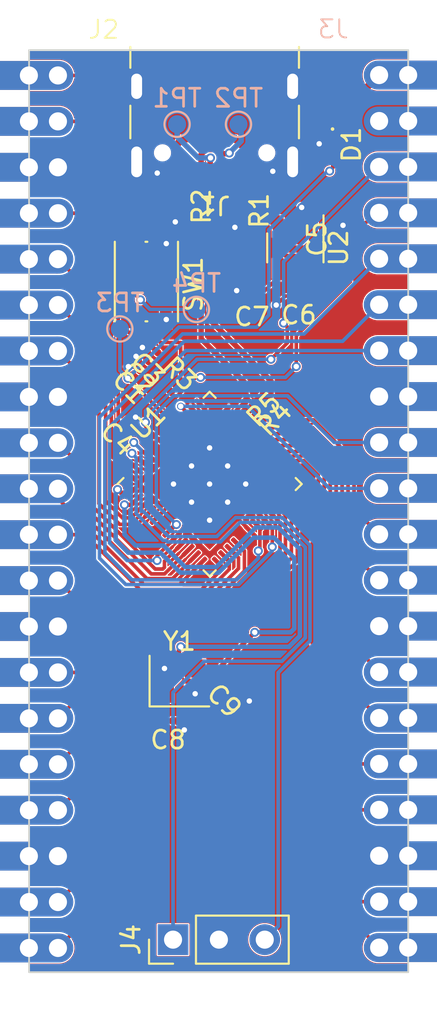
<source format=kicad_pcb>
(kicad_pcb (version 20240108) (generator "pcbnew") (generator_version "8.0")
  (layers (0 "F.Cu" signal) (31 "B.Cu" signal) (34 "B.Paste" user) (35 "F.Paste" user) (36 "B.SilkS" user "B.Silkscreen") (37 "F.SilkS" user "F.Silkscreen") (38 "B.Mask" user) (39 "F.Mask" user) (44 "Edge.Cuts" user))
  (net 0 "")
  (net 1 "+3V3")
  (net 2 "GND")
  (net 3 "+1V2")
  (net 4 "VBUS")
  (net 5 "Net-(U2-BP)")
  (net 6 "/CLKOUT")
  (net 7 "/CLKIN")
  (net 8 "Net-(J1-CC1)")
  (net 9 "/DP")
  (net 10 "/DM")
  (net 12 "Net-(J1-CC2)")
  (net 14 "/P0")
  (net 15 "/P1")
  (net 16 "/P2")
  (net 17 "/P3")
  (net 18 "/P4")
  (net 19 "/P5")
  (net 20 "/P6")
  (net 21 "/P7")
  (net 22 "/P8")
  (net 23 "/P9")
  (net 24 "/P10")
  (net 25 "/P11")
  (net 26 "/P12")
  (net 27 "/P13")
  (net 28 "/P14")
  (net 29 "/P15")
  (net 30 "/RESET")
  (net 31 "/P31")
  (net 32 "/P30")
  (net 33 "/P29")
  (net 34 "/P28")
  (net 35 "/P27")
  (net 36 "/P23")
  (net 37 "/P22")
  (net 38 "/P21")
  (net 39 "/P20")
  (net 40 "/P19")
  (net 41 "/P18")
  (net 42 "/P17")
  (net 43 "/P16")
  (net 44 "Net-(U1-PA24)")
  (net 45 "Net-(U1-PA25)")
  (net 46 "/LED")
  (net 49 "/DEBUG_CLK")
  (net 50 "/DEBUG_DIO")
  (footprint "Crystal:Crystal_SMD_2520-4Pin_2.5x2.0mm" (layer "F.Cu") (at 78.325 64.9)
    (property "Reference" "Y1")
    (property "Value" "32.768kHz")
  )
  (footprint "Resistor_SMD:R_0201_0603Metric" (layer "F.Cu") (at 82.856048 49.643952 -135)
    (property "Reference" "R4")
    (property "Value" "45")
  )
  (footprint "Capacitor_SMD:C_0201_0603Metric" (layer "F.Cu") (at 81.543952 65.243952 135)
    (property "Reference" "C9")
    (property "Value" "22pF")
  )
  (footprint "Resistor_SMD:R_0201_0603Metric" (layer "F.Cu") (at 77.61 48.65 -45)
    (property "Reference" "R3")
    (property "Value" "10K")
  )
  (footprint "SMD-TH-Connector:Conn_01x20_2.54mm" (layer "F.Cu") (at 71.6 54.26)
    (property "Reference" "J2")
    (property "Value" "Conn_01x20")
  )
  (footprint "Connector_USB:USB_C_Receptacle_GCT_USB4105-xx-A_16P_TopMnt_Horizontal" (layer "F.Cu") (at 80.28 33.075 180)
    (property "Reference" "J1")
    (property "Value" "USB_C_Receptacle_USB2.0")
  )
  (footprint "Package_TO_SOT_SMD:SOT-23-5" (layer "F.Cu") (at 84.749999 40.9375 -90)
    (property "Reference" "U2")
    (property "Value" "MIC5205-3.3YM5")
  )
  (footprint "Capacitor_SMD:C_0201_0603Metric" (layer "F.Cu") (at 75.643952 50.743952 135)
    (property "Reference" "C4")
    (property "Value" "1u")
  )
  (footprint "Capacitor_SMD:C_0201_0603Metric" (layer "F.Cu") (at 76.805025 47.394975 135)
    (property "Reference" "C2")
    (property "Value" "0.1u")
  )
  (footprint "Resistor_SMD:R_0201_0603Metric" (layer "F.Cu") (at 82.256048 49.143952 -135)
    (property "Reference" "R5")
    (property "Value" "45")
  )
  (footprint "Capacitor_SMD:C_0201_0603Metric" (layer "F.Cu") (at 77.3 46.9 135)
    (property "Reference" "C3")
    (property "Value" "0.1u")
  )
  (footprint "Capacitor_SMD:C_0201_0603Metric" (layer "F.Cu") (at 76.310051 47.889949 135)
    (property "Reference" "C1")
    (property "Value" "0.1u")
  )
  (footprint "Capacitor_SMD:C_0201_0603Metric" (layer "F.Cu") (at 87 40.445 90)
    (property "Reference" "C5")
    (property "Value" "2.2u")
  )
  (footprint "Resistor_SMD:R_0201_0603Metric" (layer "F.Cu") (at 81.7 38.88 -90)
    (property "Reference" "R1")
    (property "Value" "5.1K")
  )
  (footprint "Capacitor_SMD:C_0201_0603Metric" (layer "F.Cu") (at 84.945 43.6 180)
    (property "Reference" "C6")
    (property "Value" "2.2u")
  )
  (footprint "Capacitor_SMD:C_0201_0603Metric" (layer "F.Cu") (at 77.7 67.1 180)
    (property "Reference" "C8")
    (property "Value" "22pF")
  )
  (footprint "LED_SMD:LED_0201_0603Metric" (layer "F.Cu") (at 86.81 35.225 -90)
    (property "Reference" "D1")
    (property "Value" "LED")
  )
  (footprint "Capacitor_SMD:C_0201_0603Metric" (layer "F.Cu") (at 82.345 43.7 180)
    (property "Reference" "C7")
    (property "Value" "470pF")
  )
  (footprint "Connector_PinHeader_2.54mm:PinHeader_1x03_P2.54mm_Vertical" (layer "F.Cu") (at 77.975 79.2 90)
    (property "Reference" "J4")
    (property "Value" "Conn_01x03")
  )
  (footprint "Resistor_SMD:R_0201_0603Metric" (layer "F.Cu") (at 78.5 38.645 -90)
    (property "Reference" "R2")
    (property "Value" "5.1K")
  )
  (footprint "Package_DFN_QFN:QFN-48-1EP_7x7mm_P0.5mm_EP5.15x5.15mm" (layer "F.Cu") (at 80 54 45)
    (property "Reference" "U1")
    (property "Value" "ATSAMD21G17A-M")
  )
  (footprint "Button_Switch_SMD:SW_Push_1P1T_NO_Vertical_Wuerth_434133025816" (layer "F.Cu") (at 76.5 42.8 -90)
    (property "Reference" "SW1")
    (property "Value" "Wuerth_4341")
  )
  (footprint "SMD-TH-Connector:Conn_01x20_2.54mm" (layer "B.Cu") (at 89.39 54.24 180)
    (property "Reference" "J3")
    (property "Value" "Conn_01x20")
  )
  (footprint "TestPoint:TestPoint_Pad_D1.0mm" (layer "B.Cu") (at 78.2 34.1 180)
    (property "Reference" "TP1")
    (property "Value" "DM")
  )
  (footprint "TestPoint:TestPoint_Pad_D1.0mm" (layer "B.Cu") (at 81.6 34.1 180)
    (property "Reference" "TP2")
    (property "Value" "DP")
  )
  (footprint "TestPoint:TestPoint_Pad_D1.0mm" (layer "B.Cu") (at 79.27 44.34 180)
    (property "Reference" "TP4")
    (property "Value" "RESET")
  )
  (footprint "TestPoint:TestPoint_Pad_D1.0mm" (layer "B.Cu") (at 75.03 45.42 180)
    (property "Reference" "TP3")
    (property "Value" "LED")
  )
  (gr_rect (start 70 30) (end 91 81) (stroke (width 0.1)) (fill none) (layer "Edge.Cuts"))
  (segment (start 81 55.353553) (end 81 55) (width 0.2) (layer "F.Cu") (net 2))
  (segment (start 87 40.125) (end 87 40.079122) (width 0.2) (layer "F.Cu") (net 2))
  (segment (start 78.02 67.1) (end 78.1 67.1) (width 0.25) (layer "F.Cu") (net 2))
  (segment (start 84.749999 39.050001) (end 85.1 38.7) (width 0.25) (layer "F.Cu") (net 2))
  (segment (start 76.843916 46.443916) (end 76.278229 46.443916) (width 0.25) (layer "F.Cu") (net 2))
  (segment (start 80 53.646447) (end 80 54) (width 0.2) (layer "F.Cu") (net 2))
  (segment (start 82.025 43.7) (end 81.9 43.7) (width 0.2) (layer "F.Cu") (net 2))
  (segment (start 84.625 43.6) (end 84.1905 43.6) (width 0.2) (layer "F.Cu") (net 2))
  (segment (start 81.7 39.2) (end 81.7 39.5) (width 0.2) (layer "F.Cu") (net 2))
  (segment (start 77.03899 55.900349) (end 78 54.939339) (width 0.2) (layer "F.Cu") (net 2))
  (segment (start 81.770226 65.570226) (end 82.2 66) (width 0.25) (layer "F.Cu") (net 2))
  (segment (start 78.5 39.1) (end 78.1 39.5) (width 0.2) (layer "F.Cu") (net 2))
  (segment (start 75.417678 50.517678) (end 75.682322 50.517678) (width 0.2) (layer "F.Cu") (net 2))
  (segment (start 84.749999 39.8) (end 84.749999 39.050001) (width 0.25) (layer "F.Cu") (net 2))
  (segment (start 77.073726 46.673726) (end 76.843916 46.443916) (width 0.25) (layer "F.Cu") (net 2))
  (segment (start 77.746097 51.392544) (end 80 53.646447) (width 0.2) (layer "F.Cu") (net 2))
  (segment (start 75.924677 47.504577) (end 75.500413 47.504577) (width 0.25) (layer "F.Cu") (net 2))
  (segment (start 78.1 67.1) (end 78.6 67.6) (width 0.25) (layer "F.Cu") (net 2))
  (segment (start 81.9 43.7) (end 81.5 43.3) (width 0.2) (layer "F.Cu") (net 2))
  (segment (start 86.81 34.905) (end 86.345 34.905) (width 0.2) (layer "F.Cu") (net 2))
  (segment (start 81.770226 65.470226) (end 81.770226 65.570226) (width 0.25) (layer "F.Cu") (net 2))
  (segment (start 86.345 34.905) (end 86.07 35.18) (width 0.2) (layer "F.Cu") (net 2))
  (segment (start 78.5 38.965) (end 78.5 39.1) (width 0.2) (layer "F.Cu") (net 2))
  (segment (start 76.083776 47.663675) (end 75.924677 47.504577) (width 0.25) (layer "F.Cu") (net 2))
  (segment (start 82.253903 56.607456) (end 81 55.353553) (width 0.2) (layer "F.Cu") (net 2))
  (segment (start 75.682322 50.517678) (end 75.9 50.3) (width 0.2) (layer "F.Cu") (net 2))
  (segment (start 87 40.079122) (end 87.389561 39.689561) (width 0.2) (layer "F.Cu") (net 2))
  (segment (start 81.7 39.5) (end 81.4 39.8) (width 0.2) (layer "F.Cu") (net 2))
  (segment (start 80 50.818019) (end 80 52) (width 0.2) (layer "F.Cu") (net 2))
  (segment (start 78 54.939339) (end 78 54) (width 0.2) (layer "F.Cu") (net 2))
  (segment (start 84.1905 43.6) (end 83.6905 44.1) (width 0.2) (layer "F.Cu") (net 2))
  (segment (start 76.348941 46.938892) (end 75.924677 46.938892) (width 0.25) (layer "F.Cu") (net 2))
  (segment (start 80.839689 49.97833) (end 80 50.818019) (width 0.2) (layer "F.Cu") (net 2))
  (segment (start 76.578751 47.168701) (end 76.348941 46.938892) (width 0.25) (layer "F.Cu") (net 2))
  (via (at 77.6 44.9) (size 0.5) (drill 0.3) (layers "F.Cu" "B.Cu") (net 2))
  (via (at 87.389561 39.689561) (size 0.5) (drill 0.3) (layers "F.Cu" "B.Cu") (net 2))
  (via (at 78.1 39.5) (size 0.5) (drill 0.3) (layers "F.Cu" "B.Cu") (net 2))
  (via (at 75.924677 46.938892) (size 0.5) (drill 0.3) (layers "F.Cu" "B.Cu") (net 2))
  (via (at 79 55) (size 0.5) (drill 0.3) (layers "F.Cu" "B.Cu") (net 2))
  (via (at 80 54) (size 0.5) (drill 0.3) (layers "F.Cu" "B.Cu") (net 2))
  (via (at 81.5 43.3) (size 0.5) (drill 0.3) (layers "F.Cu" "B.Cu") (net 2))
  (via (at 83.5 36.7) (size 0.5) (drill 0.3) (layers "F.Cu" "B.Cu") (net 2))
  (via (at 86.07 35.18) (size 0.5) (drill 0.3) (layers "F.Cu" "B.Cu") (net 2))
  (via (at 77.1 36.8) (size 0.5) (drill 0.3) (layers "F.Cu" "B.Cu") (net 2))
  (via (at 79 53) (size 0.5) (drill 0.3) (layers "F.Cu" "B.Cu") (net 2))
  (via (at 80 56) (size 0.5) (drill 0.3) (layers "F.Cu" "B.Cu") (net 2))
  (via (at 80 52) (size 0.5) (drill 0.3) (layers "F.Cu" "B.Cu") (net 2))
  (via (at 82 54) (size 0.5) (drill 0.3) (layers "F.Cu" "B.Cu") (net 2))
  (via (at 85.1 38.7) (size 0.5) (drill 0.3) (layers "F.Cu" "B.Cu") (net 2))
  (via (at 78 54) (size 0.5) (drill 0.3) (layers "F.Cu" "B.Cu") (net 2))
  (via (at 77.5 64.2) (size 0.5) (drill 0.3) (layers "F.Cu" "B.Cu") (net 2))
  (via (at 75.9 50.3) (size 0.5) (drill 0.3) (layers "F.Cu" "B.Cu") (net 2))
  (via (at 78.6 67.6) (size 0.5) (drill 0.3) (layers "F.Cu" "B.Cu") (net 2))
  (via (at 75.500413 47.504577) (size 0.5) (drill 0.3) (layers "F.Cu" "B.Cu") (net 2))
  (via (at 76.278229 46.443916) (size 0.5) (drill 0.3) (layers "F.Cu" "B.Cu") (net 2))
  (via (at 81 53) (size 0.5) (drill 0.3) (layers "F.Cu" "B.Cu") (net 2))
  (via (at 77.6 40.7) (size 0.5) (drill 0.3) (layers "F.Cu" "B.Cu") (net 2))
  (via (at 83.6905 44.1) (size 0.5) (drill 0.3) (layers "F.Cu" "B.Cu") (net 2))
  (via (at 82.2 66) (size 0.5) (drill 0.3) (layers "F.Cu" "B.Cu") (net 2))
  (via (at 81.4 39.8) (size 0.5) (drill 0.3) (layers "F.Cu" "B.Cu") (net 2))
  (via (at 79.2 65.6) (size 0.5) (drill 0.3) (layers "F.Cu" "B.Cu") (net 2))
  (via (at 81 55) (size 0.5) (drill 0.3) (layers "F.Cu" "B.Cu") (net 2))
  (segment (start 77.392544 51.746097) (end 77.073223 51.426777) (width 0.2) (layer "F.Cu") (net 3))
  (segment (start 75.870226 50.970226) (end 76.326777 51.426777) (width 0.2) (layer "F.Cu") (net 3))
  (segment (start 84.1 45.1) (end 84.3 45.3) (width 0.2) (layer "F.Cu") (net 3))
  (segment (start 84.3 46.2) (end 83.4 47.1) (width 0.2) (layer "F.Cu") (net 3))
  (segment (start 89.39 36.46) (end 89.39 37.11) (width 0.2) (layer "F.Cu") (net 3))
  (segment (start 84.3 45.3) (end 84.3 46.2) (width 0.2) (layer "F.Cu") (net 3))
  (segment (start 76.326777 51.426777) (end 77.073223 51.426777) (width 0.2) (layer "F.Cu") (net 3))
  (segment (start 76.45 50.803554) (end 77.073223 51.426777) (width 0.2) (layer "F.Cu") (net 3))
  (segment (start 76.45 50.58) (end 76.45 50.803554) (width 0.2) (layer "F.Cu") (net 3))
  (via (at 83.4 47.1) (size 0.5) (drill 0.3) (layers "F.Cu" "B.Cu") (net 3))
  (via (at 84.1 45.1) (size 0.5) (drill 0.3) (layers "F.Cu" "B.Cu") (net 3))
  (via (at 76.45 50.58) (size 0.5) (drill 0.3) (layers "F.Cu" "B.Cu") (net 3))
  (segment (start 76.45 50.58) (end 76.45 49.95) (width 0.2) (layer "B.Cu") (net 3))
  (segment (start 89.34 36.46) (end 89.39 36.46) (width 0.2) (layer "B.Cu") (net 3))
  (segment (start 76.45 49.95) (end 79.3 47.1) (width 0.2) (layer "B.Cu") (net 3))
  (segment (start 79.3 47.1) (end 83.4 47.1) (width 0.2) (layer "B.Cu") (net 3))
  (segment (start 84.1 45.1) (end 84.1 41.7) (width 0.2) (layer "B.Cu") (net 3))
  (segment (start 84.1 41.7) (end 89.34 36.46) (width 0.2) (layer "B.Cu") (net 3))
  (segment (start 82.68 36.16) (end 81.76 35.24) (width 0.4) (layer "F.Cu") (net 4))
  (segment (start 82.68 38.680001) (end 83.799999 39.8) (width 0.4) (layer "F.Cu") (net 4))
  (segment (start 85.3 41) (end 86.765 41) (width 0.4) (layer "F.Cu") (net 4))
  (segment (start 82.68 36.755) (end 82.68 38.680001) (width 0.4) (layer "F.Cu") (net 4))
  (segment (start 81.42 34.9) (end 78.5 34.9) (width 0.4) (layer "F.Cu") (net 4))
  (segment (start 85.3 41) (end 85.699999 40.600001) (width 0.4) (layer "F.Cu") (net 4))
  (segment (start 82.68 36.755) (end 82.68 36.16) (width 0.4) (layer "F.Cu") (net 4))
  (segment (start 81.76 35.24) (end 83.634802 33.365198) (width 0.4) (layer "F.Cu") (net 4))
  (segment (start 83.799999 39.8) (end 83.799999 40.799999) (width 0.4) (layer "F.Cu") (net 4))
  (segment (start 81.76 35.24) (end 81.42 34.9) (width 0.4) (layer "F.Cu") (net 4))
  (segment (start 78.065 36.57) (end 77.88 36.755) (width 0.4) (layer "F.Cu") (net 4))
  (segment (start 83.634802 33.365198) (end 87.404802 33.365198) (width 0.4) (layer "F.Cu") (net 4))
  (segment (start 86.765 41) (end 87 40.765) (width 0.4) (layer "F.Cu") (net 4))
  (segment (start 84 41) (end 85.3 41) (width 0.4) (layer "F.Cu") (net 4))
  (segment (start 83.799999 40.799999) (end 84 41) (width 0.4) (layer "F.Cu") (net 4))
  (segment (start 87.404802 33.365198) (end 89.39 31.38) (width 0.4) (layer "F.Cu") (net 4))
  (segment (start 85.699999 40.600001) (end 85.699999 39.8) (width 0.4) (layer "F.Cu") (net 4))
  (segment (start 78.065 35.335) (end 78.065 36.57) (width 0.4) (layer "F.Cu") (net 4))
  (segment (start 78.5 34.9) (end 78.065 35.335) (width 0.4) (layer "F.Cu") (net 4))
  (segment (start 83.799999 42.565001) (end 83.799999 42.075) (width 0.2) (layer "F.Cu") (net 5))
  (segment (start 82.665 43.7) (end 83.799999 42.565001) (width 0.2) (layer "F.Cu") (net 5))
  (segment (start 77.38 65.67) (end 77.45 65.6) (width 0.25) (layer "F.Cu") (net 6))
  (segment (start 77.38 67.1) (end 77.38 65.67) (width 0.25) (layer "F.Cu") (net 6))
  (segment (start 78.4 63) (end 78.3 63.1) (width 0.25) (layer "F.Cu") (net 6))
  (segment (start 78.3 64.75) (end 77.45 65.6) (width 0.25) (layer "F.Cu") (net 6))
  (segment (start 75.670421 55.147598) (end 75.97833 54.839689) (width 0.25) (layer "F.Cu") (net 6))
  (segment (start 75.283774 55.147598) (end 75.670421 55.147598) (width 0.25) (layer "F.Cu") (net 6))
  (segment (start 78.3 63.1) (end 78.3 64.75) (width 0.25) (layer "F.Cu") (net 6))
  (via (at 78.4 63) (size 0.5) (drill 0.3) (layers "F.Cu" "B.Cu") (net 6))
  (via (at 75.283774 55.147598) (size 0.5) (drill 0.3) (layers "F.Cu" "B.Cu") (net 6))
  (segment (start 83.8 56.4) (end 85 57.6) (width 0.25) (layer "B.Cu") (net 6))
  (segment (start 78.643589 58.59) (end 80.371594 58.59) (width 0.25) (layer "B.Cu") (net 6))
  (segment (start 85 57.6) (end 85 62.4) (width 0.25) (layer "B.Cu") (net 6))
  (segment (start 80.371594 58.59) (end 82.561594 56.4) (width 0.25) (layer "B.Cu") (net 6))
  (segment (start 75.283774 55.147598) (end 75.283774 56.783774) (width 0.25) (layer "B.Cu") (net 6))
  (segment (start 85 62.4) (end 84.4 63) (width 0.25) (layer "B.Cu") (net 6))
  (segment (start 84.4 63) (end 78.4 63) (width 0.25) (layer "B.Cu") (net 6))
  (segment (start 75.283774 56.783774) (end 75.9 57.4) (width 0.25) (layer "B.Cu") (net 6))
  (segment (start 82.561594 56.4) (end 83.8 56.4) (width 0.25) (layer "B.Cu") (net 6))
  (segment (start 77.453589 57.4) (end 78.643589 58.59) (width 0.25) (layer "B.Cu") (net 6))
  (segment (start 75.9 57.4) (end 77.453589 57.4) (width 0.25) (layer "B.Cu") (net 6))
  (segment (start 74.9 54.3) (end 75.086136 54.486136) (width 0.25) (layer "F.Cu") (net 7))
  (segment (start 82.5 62.2) (end 80.5 64.2) (width 0.25) (layer "F.Cu") (net 7))
  (segment (start 79.2 64.2) (end 80.5 64.2) (width 0.25) (layer "F.Cu") (net 7))
  (segment (start 75.086136 54.486136) (end 75.624777 54.486136) (width 0.25) (layer "F.Cu") (net 7))
  (segment (start 80.5 64.2) (end 81.317678 65.017678) (width 0.25) (layer "F.Cu") (net 7))
  (via (at 74.9 54.3) (size 0.5) (drill 0.3) (layers "F.Cu" "B.Cu") (net 7))
  (via (at 82.5 62.2) (size 0.5) (drill 0.3) (layers "F.Cu" "B.Cu") (net 7))
  (segment (start 84.49 62.2) (end 82.5 62.2) (width 0.25) (layer "B.Cu") (net 7))
  (segment (start 75.49333 57.79333) (end 77.273027 57.79333) (width 0.25) (layer "B.Cu") (net 7))
  (segment (start 77.273027 57.79333) (end 78.379697 58.9) (width 0.25) (layer "B.Cu") (net 7))
  (segment (start 83.570683 56.965) (end 84.69 58.084317) (width 0.25) (layer "B.Cu") (net 7))
  (segment (start 74.8 57.1) (end 75.49333 57.79333) (width 0.25) (layer "B.Cu") (net 7))
  (segment (start 78.379697 58.9) (end 80.5 58.9) (width 0.25) (layer "B.Cu") (net 7))
  (segment (start 84.69 58.084317) (end 84.69 62) (width 0.25) (layer "B.Cu") (net 7))
  (segment (start 74.8 54.4) (end 74.8 57.1) (width 0.25) (layer "B.Cu") (net 7))
  (segment (start 80.5 58.9) (end 82.435 56.965) (width 0.25) (layer "B.Cu") (net 7))
  (segment (start 82.435 56.965) (end 83.570683 56.965) (width 0.25) (layer "B.Cu") (net 7))
  (segment (start 74.9 54.3) (end 74.8 54.4) (width 0.25) (layer "B.Cu") (net 7))
  (segment (start 84.69 62) (end 84.49 62.2) (width 0.25) (layer "B.Cu") (net 7))
  (segment (start 81.53 38.39) (end 81.7 38.56) (width 0.4) (layer "F.Cu") (net 8))
  (segment (start 81.53 36.755) (end 81.53 38.39) (width 0.4) (layer "F.Cu") (net 8))
  (segment (start 79.53 45.965356) (end 79.53 36.755) (width 0.3) (layer "F.Cu") (net 9))
  (segment (start 80.53 35.73) (end 80.53 36.755) (width 0.3) (layer "F.Cu") (net 9))
  (segment (start 80.53 35.73) (end 81.05 35.73) (width 0.3) (layer "F.Cu") (net 9))
  (segment (start 81.05 35.73) (end 81.09 35.69) (width 0.3) (layer "F.Cu") (net 9))
  (segment (start 79.5 36.785) (end 79.53 36.755) (width 0.3) (layer "F.Cu") (net 9))
  (segment (start 79.53 36.755) (end 79.53 35.77) (width 0.3) (layer "F.Cu") (net 9))
  (segment (start 82.482322 48.917678) (end 79.53 45.965356) (width 0.3) (layer "F.Cu") (net 9))
  (segment (start 80.3 35.5) (end 80.53 35.73) (width 0.3) (layer "F.Cu") (net 9))
  (segment (start 79.53 35.77) (end 79.8 35.5) (width 0.3) (layer "F.Cu") (net 9))
  (segment (start 79.8 35.5) (end 80.3 35.5) (width 0.3) (layer "F.Cu") (net 9))
  (via (at 81.09 35.69) (size 0.5) (drill 0.3) (layers "F.Cu" "B.Cu") (net 9))
  (segment (start 81.09 35.69) (end 81.75 35.03) (width 0.3) (layer "B.Cu") (net 9))
  (segment (start 81.75 34.25) (end 81.6 34.1) (width 0.3) (layer "B.Cu") (net 9))
  (segment (start 81.75 35.03) (end 81.75 34.25) (width 0.3) (layer "B.Cu") (net 9))
  (segment (start 81.03 37.77) (end 80.4 38.4) (width 0.3) (layer "F.Cu") (net 10))
  (segment (start 80.03 44.93) (end 83.4 48.3) (width 0.3) (layer "F.Cu") (net 10))
  (segment (start 80.03 38.4) (end 80.03 44.93) (width 0.3) (layer "F.Cu") (net 10))
  (segment (start 80.03 35.98) (end 80.05 35.96) (width 0.3) (layer "F.Cu") (net 10))
  (segment (start 80.03 38.4) (end 80.03 36.755) (width 0.3) (layer "F.Cu") (net 10))
  (segment (start 83.4 49.1) (end 83.082322 49.417678) (width 0.3) (layer "F.Cu") (net 10))
  (segment (start 80.03 36.755) (end 80.03 35.98) (width 0.3) (layer "F.Cu") (net 10))
  (segment (start 80.4 38.4) (end 80.03 38.4) (width 0.3) (layer "F.Cu") (net 10))
  (segment (start 83.4 48.3) (end 83.4 49.1) (width 0.3) (layer "F.Cu") (net 10))
  (segment (start 81.03 36.755) (end 81.03 37.77) (width 0.3) (layer "F.Cu") (net 10))
  (via (at 80.05 35.96) (size 0.5) (drill 0.3) (layers "F.Cu" "B.Cu") (net 10))
  (segment (start 79.37 35.96) (end 78.2 34.79) (width 0.3) (layer "B.Cu") (net 10))
  (segment (start 78.2 34.79) (end 78.2 34.1) (width 0.3) (layer "B.Cu") (net 10))
  (segment (start 80.05 35.96) (end 79.37 35.96) (width 0.3) (layer "B.Cu") (net 10))
  (segment (start 78.53 38.295) (end 78.5 38.325) (width 0.4) (layer "F.Cu") (net 12))
  (segment (start 78.53 36.755) (end 78.53 38.295) (width 0.4) (layer "F.Cu") (net 12))
  (segment (start 74.94 32.56) (end 73.77 31.39) (width 0.2) (layer "F.Cu") (net 14))
  (segment (start 73.76 31.4) (end 71.6 31.4) (width 0.2) (layer "F.Cu") (net 14))
  (segment (start 75.97833 53.160311) (end 74.94 52.121981) (width 0.2) (layer "F.Cu") (net 14))
  (segment (start 73.77 31.39) (end 73.76 31.4) (width 0.2) (layer "F.Cu") (net 14))
  (segment (start 74.94 52.121981) (end 74.94 32.56) (width 0.2) (layer "F.Cu") (net 14))
  (segment (start 74.56 52.449087) (end 75.624777 53.513864) (width 0.2) (layer "F.Cu") (net 15))
  (segment (start 74.56 35.73) (end 74.56 52.449087) (width 0.2) (layer "F.Cu") (net 15))
  (segment (start 71.6 33.94) (end 72.77 33.94) (width 0.2) (layer "F.Cu") (net 15))
  (segment (start 72.77 33.94) (end 74.56 35.73) (width 0.2) (layer "F.Cu") (net 15))
  (segment (start 74.24 54.94) (end 74.24 40.24) (width 0.2) (layer "F.Cu") (net 16))
  (segment (start 76.331884 55.193243) (end 75.655127 55.87) (width 0.2) (layer "F.Cu") (net 16))
  (segment (start 73.02 39.02) (end 71.6 39.02) (width 0.2) (layer "F.Cu") (net 16))
  (segment (start 74.24 40.24) (end 73.02 39.02) (width 0.2) (layer "F.Cu") (net 16))
  (segment (start 75.655127 55.87) (end 75.17 55.87) (width 0.2) (layer "F.Cu") (net 16))
  (segment (start 75.17 55.87) (end 74.24 54.94) (width 0.2) (layer "F.Cu") (net 16))
  (segment (start 75.02 56.23) (end 76.002233 56.23) (width 0.2) (layer "F.Cu") (net 17))
  (segment (start 73.87 55.08) (end 75.02 56.23) (width 0.2) (layer "F.Cu") (net 17))
  (segment (start 71.6 41.56) (end 73.87 43.83) (width 0.2) (layer "F.Cu") (net 17))
  (segment (start 76.002233 56.23) (end 76.685437 55.546796) (width 0.2) (layer "F.Cu") (net 17))
  (segment (start 73.87 43.83) (end 73.87 55.08) (width 0.2) (layer "F.Cu") (net 17))
  (segment (start 76.985392 58.7) (end 73.54 55.254608) (width 0.2) (layer "F.Cu") (net 18))
  (segment (start 77.5 58.607177) (end 77.407177 58.7) (width 0.2) (layer "F.Cu") (net 18))
  (segment (start 78.453204 57.314563) (end 77.5 58.267767) (width 0.2) (layer "F.Cu") (net 18))
  (segment (start 77.5 58.267767) (end 77.5 58.607177) (width 0.2) (layer "F.Cu") (net 18))
  (segment (start 77.407177 58.7) (end 76.985392 58.7) (width 0.2) (layer "F.Cu") (net 18))
  (segment (start 73.54 46.04) (end 71.6 44.1) (width 0.2) (layer "F.Cu") (net 18))
  (segment (start 73.54 55.254608) (end 73.54 46.04) (width 0.2) (layer "F.Cu") (net 18))
  (segment (start 78.806757 57.668116) (end 77.504873 58.97) (width 0.2) (layer "F.Cu") (net 19))
  (segment (start 73.2 48.24) (end 71.6 46.64) (width 0.2) (layer "F.Cu") (net 19))
  (segment (start 73.2 55.4) (end 73.2 48.24) (width 0.2) (layer "F.Cu") (net 19))
  (segment (start 76.77 58.97) (end 73.2 55.4) (width 0.2) (layer "F.Cu") (net 19))
  (segment (start 77.504873 58.97) (end 76.77 58.97) (width 0.2) (layer "F.Cu") (net 19))
  (segment (start 72.88 53) (end 71.6 51.72) (width 0.2) (layer "F.Cu") (net 20))
  (segment (start 79.160311 58.02167) (end 77.951981 59.23) (width 0.2) (layer "F.Cu") (net 20))
  (segment (start 77.951981 59.23) (end 76.53 59.23) (width 0.2) (layer "F.Cu") (net 20))
  (segment (start 76.53 59.23) (end 72.88 55.58) (width 0.2) (layer "F.Cu") (net 20))
  (segment (start 72.88 55.58) (end 72.88 53) (width 0.2) (layer "F.Cu") (net 20))
  (segment (start 71.62 51.7) (end 71.6 51.72) (width 0.2) (layer "F.Cu") (net 20))
  (segment (start 71.6 54.26) (end 71.6 54.8) (width 0.2) (layer "F.Cu") (net 21))
  (segment (start 76.34 59.54) (end 78.349087 59.54) (width 0.2) (layer "F.Cu") (net 21))
  (segment (start 78.349087 59.54) (end 79.513864 58.375223) (width 0.2) (layer "F.Cu") (net 21))
  (segment (start 71.6 54.8) (end 76.34 59.54) (width 0.2) (layer "F.Cu") (net 21))
  (segment (start 80.486136 58.903864) (end 79.56 59.83) (width 0.2) (layer "F.Cu") (net 22))
  (segment (start 73.1 56.8) (end 71.6 56.8) (width 0.2) (layer "F.Cu") (net 22))
  (segment (start 79.56 59.83) (end 76.13 59.83) (width 0.2) (layer "F.Cu") (net 22))
  (segment (start 76.13 59.83) (end 73.1 56.8) (width 0.2) (layer "F.Cu") (net 22))
  (segment (start 80.486136 58.375223) (end 80.486136 58.903864) (width 0.2) (layer "F.Cu") (net 22))
  (segment (start 72.38 60.12) (end 71.6 59.34) (width 0.2) (layer "F.Cu") (net 23))
  (segment (start 81.087995 58.269976) (end 81.087995 58.717352) (width 0.2) (layer "F.Cu") (net 23))
  (segment (start 79.685347 60.12) (end 72.38 60.12) (width 0.2) (layer "F.Cu") (net 23))
  (segment (start 80.839689 58.02167) (end 81.087995 58.269976) (width 0.2) (layer "F.Cu") (net 23))
  (segment (start 81.087995 58.717352) (end 79.685347 60.12) (width 0.2) (layer "F.Cu") (net 23))
  (segment (start 79.862037 60.41) (end 81.6 58.672037) (width 0.2) (layer "F.Cu") (net 24))
  (segment (start 81.6 58.074873) (end 81.193243 57.668116) (width 0.2) (layer "F.Cu") (net 24))
  (segment (start 75.03 60.41) (end 79.862037 60.41) (width 0.2) (layer "F.Cu") (net 24))
  (segment (start 81.6 58.672037) (end 81.6 58.074873) (width 0.2) (layer "F.Cu") (net 24))
  (segment (start 71.6 64.42) (end 72.68 64.42) (width 0.2) (layer "F.Cu") (net 24))
  (segment (start 73.9 63.2) (end 73.9 61.54) (width 0.2) (layer "F.Cu") (net 24))
  (segment (start 72.68 64.42) (end 73.9 63.2) (width 0.2) (layer "F.Cu") (net 24))
  (segment (start 73.9 61.54) (end 75.03 60.41) (width 0.2) (layer "F.Cu") (net 24))
  (segment (start 75.17 60.76) (end 79.978727 60.76) (width 0.2) (layer "F.Cu") (net 25))
  (segment (start 81.93 57.697767) (end 81.546796 57.314563) (width 0.2) (layer "F.Cu") (net 25))
  (segment (start 71.6 66.96) (end 74.23 64.33) (width 0.2) (layer "F.Cu") (net 25))
  (segment (start 74.23 64.33) (end 74.23 61.7) (width 0.2) (layer "F.Cu") (net 25))
  (segment (start 74.23 61.7) (end 75.17 60.76) (width 0.2) (layer "F.Cu") (net 25))
  (segment (start 79.978727 60.76) (end 81.93 58.808727) (width 0.2) (layer "F.Cu") (net 25))
  (segment (start 81.93 58.808727) (end 81.93 57.697767) (width 0.2) (layer "F.Cu") (net 25))
  (segment (start 75.57 61.09) (end 80.61 61.09) (width 0.2) (layer "F.Cu") (net 26))
  (segment (start 83.9 56.132233) (end 83.314563 55.546796) (width 0.2) (layer "F.Cu") (net 26))
  (segment (start 74.56 62.1) (end 75.57 61.09) (width 0.2) (layer "F.Cu") (net 26))
  (segment (start 83.9 57.8) (end 83.9 56.132233) (width 0.2) (layer "F.Cu") (net 26))
  (segment (start 74.56 66.54) (end 74.56 62.1) (width 0.2) (layer "F.Cu") (net 26))
  (segment (start 80.61 61.09) (end 83.9 57.8) (width 0.2) (layer "F.Cu") (net 26))
  (segment (start 71.6 69.5) (end 74.56 66.54) (width 0.2) (layer "F.Cu") (net 26))
  (segment (start 74.89 68.75) (end 74.89 62.31) (width 0.2) (layer "F.Cu") (net 27))
  (segment (start 71.6 72.04) (end 74.89 68.75) (width 0.2) (layer "F.Cu") (net 27))
  (segment (start 84.2 55.725127) (end 83.668116 55.193243) (width 0.2) (layer "F.Cu") (net 27))
  (segment (start 80.78669 61.38) (end 84.2 57.96669) (width 0.2) (layer "F.Cu") (net 27))
  (segment (start 74.89 62.31) (end 75.82 61.38) (width 0.2) (layer "F.Cu") (net 27))
  (segment (start 75.82 61.38) (end 80.78669 61.38) (width 0.2) (layer "F.Cu") (net 27))
  (segment (start 84.2 57.96669) (end 84.2 55.725127) (width 0.2) (layer "F.Cu") (net 27))
  (segment (start 84.529999 55.348018) (end 84.529999 58.103381) (width 0.2) (layer "F.Cu") (net 28))
  (segment (start 75.98 61.73) (end 75.22 62.49) (width 0.2) (layer "F.Cu") (net 28))
  (segment (start 75.22 73.5) (end 71.6 77.12) (width 0.2) (layer "F.Cu") (net 28))
  (segment (start 84.529999 58.103381) (end 80.90338 61.73) (width 0.2) (layer "F.Cu") (net 28))
  (segment (start 75.22 62.49) (end 75.22 73.5) (width 0.2) (layer "F.Cu") (net 28))
  (segment (start 80.90338 61.73) (end 75.98 61.73) (width 0.2) (layer "F.Cu") (net 28))
  (segment (start 84.02167 54.839689) (end 84.529999 55.348018) (width 0.2) (layer "F.Cu") (net 28))
  (segment (start 81.02 62.08) (end 76.16 62.08) (width 0.2) (layer "F.Cu") (net 29))
  (segment (start 76.16 62.08) (end 75.55 62.69) (width 0.2) (layer "F.Cu") (net 29))
  (segment (start 84.859998 58.240002) (end 81.02 62.08) (width 0.2) (layer "F.Cu") (net 29))
  (segment (start 75.55 75.71) (end 71.6 79.66) (width 0.2) (layer "F.Cu") (net 29))
  (segment (start 84.859998 54.970911) (end 84.859998 58.240002) (width 0.2) (layer "F.Cu") (net 29))
  (segment (start 84.375223 54.486136) (end 84.859998 54.970911) (width 0.2) (layer "F.Cu") (net 29))
  (segment (start 75.55 62.69) (end 75.55 75.71) (width 0.2) (layer "F.Cu") (net 29))
  (segment (start 87.8 42.8) (end 87.8 40.4) (width 0.2) (layer "F.Cu") (net 30))
  (segment (start 87.8 40.4) (end 89.2 39) (width 0.2) (layer "F.Cu") (net 30))
  (segment (start 76.93 45.83) (end 75.75 45.83) (width 0.2) (layer "F.Cu") (net 30))
  (segment (start 75.8 43.44) (end 76.17 43.81) (width 0.2) (layer "F.Cu") (net 30))
  (segment (start 77.634314 49.7) (end 77.8 49.534314) (width 0.2) (layer "F.Cu") (net 30))
  (segment (start 77.8 49.534314) (end 78.122157 49.212157) (width 0.2) (layer "F.Cu") (net 30))
  (segment (start 77.836274 48.926274) (end 78.122157 49.212157) (width 0.2) (layer "F.Cu") (net 30))
  (segment (start 77.8 50.032233) (end 77.8 49.534314) (width 0.2) (layer "F.Cu") (net 30))
  (segment (start 89.2 39) (end 89.39 39) (width 0.2) (layer "F.Cu") (net 30))
  (segment (start 79.234314 48.1) (end 79.5 48.1) (width 0.2) (layer "F.Cu") (net 30))
  (segment (start 75.425 43.44) (end 75.425 40.725) (width 0.2) (layer "F.Cu") (net 30))
  (segment (start 84.8 47.5) (end 84.8 45.8) (width 0.2) (layer "F.Cu") (net 30))
  (segment (start 77.27 46.17) (end 76.93 45.83) (width 0.2) (layer "F.Cu") (net 30))
  (segment (start 75.425 43.44) (end 75.8 43.44) (width 0.2) (layer "F.Cu") (net 30))
  (segment (start 75.425 44.85) (end 75.425 43.44) (width 0.2) (layer "F.Cu") (net 30))
  (segment (start 77.836274 48.876274) (end 77.836274 48.926274) (width 0.2) (layer "F.Cu") (net 30))
  (segment (start 78.453204 50.685437) (end 77.8 50.032233) (width 0.2) (layer "F.Cu") (net 30))
  (segment (start 78.4 46.17) (end 77.27 46.17) (width 0.2) (layer "F.Cu") (net 30))
  (segment (start 75.425 45.505) (end 75.425 44.85) (width 0.2) (layer "F.Cu") (net 30))
  (segment (start 78.667157 48.667157) (end 79.234314 48.1) (width 0.2) (layer "F.Cu") (net 30))
  (segment (start 78.4 48.4) (end 78.4 46.17) (width 0.2) (layer "F.Cu") (net 30))
  (segment (start 78.667157 48.667157) (end 78.4 48.4) (width 0.2) (layer "F.Cu") (net 30))
  (segment (start 75.75 45.83) (end 75.425 45.505) (width 0.2) (layer "F.Cu") (net 30))
  (segment (start 78.122157 49.212157) (end 78.667157 48.667157) (width 0.2) (layer "F.Cu") (net 30))
  (segment (start 84.8 45.8) (end 87.8 42.8) (width 0.2) (layer "F.Cu") (net 30))
  (via (at 79.5 48.1) (size 0.5) (drill 0.3) (layers "F.Cu" "B.Cu") (net 30))
  (via (at 84.8 47.5) (size 0.5) (drill 0.3) (layers "F.Cu" "B.Cu") (net 30))
  (via (at 76.17 43.81) (size 0.5) (drill 0.3) (layers "F.Cu" "B.Cu") (net 30))
  (segment (start 84.2 48.1) (end 84.8 47.5) (width 0.2) (layer "B.Cu") (net 30))
  (segment (start 79.5 48.1) (end 84.2 48.1) (width 0.2) (layer "B.Cu") (net 30))
  (segment (start 76.17 43.81) (end 76.7 44.34) (width 0.2) (layer "B.Cu") (net 30))
  (segment (start 76.7 44.34) (end 79.27 44.34) (width 0.2) (layer "B.Cu") (net 30))
  (segment (start 83.470491 57.479284) (end 83.470491 56.40983) (width 0.2) (layer "F.Cu") (net 31))
  (segment (start 83.470491 56.40983) (end 82.96101 55.900349) (width 0.2) (layer "F.Cu") (net 31))
  (via (at 83.470491 57.479284) (size 0.5) (drill 0.3) (layers "F.Cu" "B.Cu") (net 31))
  (segment (start 75.360001 59.560001) (end 73.9 58.1) (width 0.2) (layer "B.Cu") (net 31))
  (segment (start 83.470491 57.697205) (end 81.607695 59.560001) (width 0.2) (layer "B.Cu") (net 31))
  (segment (start 85.23 45.7) (end 89.39 41.54) (width 0.2) (layer "B.Cu") (net 31))
  (segment (start 83.470491 57.479284) (end 83.470491 57.697205) (width 0.2) (layer "B.Cu") (net 31))
  (segment (start 73.9 50.3) (end 78.5 45.7) (width 0.2) (layer "B.Cu") (net 31))
  (segment (start 73.9 58.1) (end 73.9 50.3) (width 0.2) (layer "B.Cu") (net 31))
  (segment (start 81.607695 59.560001) (end 75.360001 59.560001) (width 0.2) (layer "B.Cu") (net 31))
  (segment (start 78.5 45.7) (end 85.23 45.7) (width 0.2) (layer "B.Cu") (net 31))
  (segment (start 82.785762 57.614238) (end 82.785762 56.432209) (width 0.2) (layer "F.Cu") (net 32))
  (segment (start 82.785762 56.432209) (end 82.607456 56.253903) (width 0.2) (layer "F.Cu") (net 32))
  (segment (start 82.7 57.7) (end 82.785762 57.614238) (width 0.2) (layer "F.Cu") (net 32))
  (via (at 82.7 57.7) (size 0.5) (drill 0.3) (layers "F.Cu" "B.Cu") (net 32))
  (segment (start 78.6 46.1) (end 87.37 46.1) (width 0.2) (layer "B.Cu") (net 32))
  (segment (start 74.2 57.8) (end 74.2 50.5) (width 0.2) (layer "B.Cu") (net 32))
  (segment (start 87.37 46.1) (end 89.39 44.08) (width 0.2) (layer "B.Cu") (net 32))
  (segment (start 82.7 58.1) (end 81.5 59.3) (width 0.2) (layer "B.Cu") (net 32))
  (segment (start 75.7 59.3) (end 74.2 57.8) (width 0.2) (layer "B.Cu") (net 32))
  (segment (start 81.5 59.3) (end 75.7 59.3) (width 0.2) (layer "B.Cu") (net 32))
  (segment (start 74.2 50.5) (end 78.6 46.1) (width 0.2) (layer "B.Cu") (net 32))
  (segment (start 82.7 57.7) (end 82.7 58.1) (width 0.2) (layer "B.Cu") (net 32))
  (segment (start 77.092844 58.22833) (end 77.092844 57.967817) (width 0.2) (layer "F.Cu") (net 33))
  (segment (start 77.092844 57.967817) (end 78.099651 56.96101) (width 0.2) (layer "F.Cu") (net 33))
  (via (at 77.092844 58.22833) (size 0.5) (drill 0.3) (layers "F.Cu" "B.Cu") (net 33))
  (segment (start 75.42833 58.22833) (end 74.46 57.26) (width 0.2) (layer "B.Cu") (net 33))
  (segment (start 78.68 46.62) (end 89.39 46.62) (width 0.2) (layer "B.Cu") (net 33))
  (segment (start 74.46 50.84) (end 78.68 46.62) (width 0.2) (layer "B.Cu") (net 33))
  (segment (start 74.46 57.26) (end 74.46 50.84) (width 0.2) (layer "B.Cu") (net 33))
  (segment (start 77.092844 58.22833) (end 75.42833 58.22833) (width 0.2) (layer "B.Cu") (net 33))
  (segment (start 77.792544 56.607456) (end 77.746097 56.607456) (width 0.2) (layer "F.Cu") (net 34))
  (segment (start 78.16035 56.23965) (end 77.792544 56.607456) (width 0.2) (layer "F.Cu") (net 34))
  (via (at 78.16035 56.23965) (size 0.5) (drill 0.3) (layers "F.Cu" "B.Cu") (net 34))
  (segment (start 77.05 55.1293) (end 77.05 50.08) (width 0.2) (layer "B.Cu") (net 34))
  (segment (start 77.05 50.08) (end 78.01 49.12) (width 0.2) (layer "B.Cu") (net 34))
  (segment (start 78.01 49.12) (end 84.32 49.12) (width 0.2) (layer "B.Cu") (net 34))
  (segment (start 84.32 49.12) (end 86.9 51.7) (width 0.2) (layer "B.Cu") (net 34))
  (segment (start 86.9 51.7) (end 89.39 51.7) (width 0.2) (layer "B.Cu") (net 34))
  (segment (start 78.16035 56.23965) (end 77.05 55.1293) (width 0.2) (layer "B.Cu") (net 34))
  (segment (start 78.806757 50.106757) (end 78.806757 50.331884) (width 0.2) (layer "F.Cu") (net 35))
  (segment (start 78.4 49.7) (end 78.806757 50.106757) (width 0.2) (layer "F.Cu") (net 35))
  (via (at 78.4 49.7) (size 0.4) (drill 0.3) (layers "F.Cu" "B.Cu") (net 35))
  (segment (start 86.64 54.24) (end 89.39 54.24) (width 0.2) (layer "B.Cu") (net 35))
  (segment (start 78.4 49.7) (end 82.1 49.7) (width 0.2) (layer "B.Cu") (net 35))
  (segment (start 82.1 49.7) (end 86.64 54.24) (width 0.2) (layer "B.Cu") (net 35))
  (segment (start 85.749602 50.449462) (end 82.489877 50.449462) (width 0.2) (layer "F.Cu") (net 36))
  (segment (start 88 52.69986) (end 85.749602 50.449462) (width 0.2) (layer "F.Cu") (net 36))
  (segment (start 82.489877 50.449462) (end 81.900349 51.03899) (width 0.2) (layer "F.Cu") (net 36))
  (segment (start 88 55.39) (end 88 52.69986) (width 0.2) (layer "F.Cu") (net 36))
  (segment (start 89.39 56.78) (end 88 55.39) (width 0.2) (layer "F.Cu") (net 36))
  (segment (start 82.766445 50.880002) (end 85.713452 50.880002) (width 0.2) (layer "F.Cu") (net 37))
  (segment (start 87.67 57.6) (end 89.39 59.32) (width 0.2) (layer "F.Cu") (net 37))
  (segment (start 87.67 52.83655) (end 87.67 57.6) (width 0.2) (layer "F.Cu") (net 37))
  (segment (start 82.253903 51.392544) (end 82.766445 50.880002) (width 0.2) (layer "F.Cu") (net 37))
  (segment (start 85.713452 50.880002) (end 87.67 52.83655) (width 0.2) (layer "F.Cu") (net 37))
  (segment (start 87.34 52.97324) (end 85.576761 51.210001) (width 0.2) (layer "F.Cu") (net 38))
  (segment (start 89.39 64.4) (end 89.39 64.35) (width 0.2) (layer "F.Cu") (net 38))
  (segment (start 89.39 64.35) (end 87.34 62.3) (width 0.2) (layer "F.Cu") (net 38))
  (segment (start 85.576761 51.210001) (end 83.143552 51.210001) (width 0.2) (layer "F.Cu") (net 38))
  (segment (start 83.143552 51.210001) (end 82.607456 51.746097) (width 0.2) (layer "F.Cu") (net 38))
  (segment (start 87.34 62.3) (end 87.34 52.97324) (width 0.2) (layer "F.Cu") (net 38))
  (segment (start 87.01 53.10993) (end 87.01 64.56) (width 0.2) (layer "F.Cu") (net 39))
  (segment (start 82.96101 52.099651) (end 83.52066 51.540001) (width 0.2) (layer "F.Cu") (net 39))
  (segment (start 87.01 64.56) (end 89.39 66.94) (width 0.2) (layer "F.Cu") (net 39))
  (segment (start 83.52066 51.540001) (end 85.440071 51.540001) (width 0.2) (layer "F.Cu") (net 39))
  (segment (start 85.440071 51.540001) (end 87.01 53.10993) (width 0.2) (layer "F.Cu") (net 39))
  (segment (start 87.48 69.48) (end 86.68 68.68) (width 0.2) (layer "F.Cu") (net 40))
  (segment (start 85.30338 51.87) (end 83.897767 51.87) (width 0.2) (layer "F.Cu") (net 40))
  (segment (start 86.68 53.24662) (end 85.30338 51.87) (width 0.2) (layer "F.Cu") (net 40))
  (segment (start 83.897767 51.87) (end 83.314563 52.453204) (width 0.2) (layer "F.Cu") (net 40))
  (segment (start 89.39 69.48) (end 87.48 69.48) (width 0.2) (layer "F.Cu") (net 40))
  (segment (start 86.68 68.68) (end 86.68 53.24662) (width 0.2) (layer "F.Cu") (net 40))
  (segment (start 87.769998 72.02) (end 86.35 70.600002) (width 0.2) (layer "F.Cu") (net 41))
  (segment (start 84.274873 52.2) (end 83.668116 52.806757) (width 0.2) (layer "F.Cu") (net 41))
  (segment (start 86.35 53.38331) (end 85.16669 52.2) (width 0.2) (layer "F.Cu") (net 41))
  (segment (start 85.16669 52.2) (end 84.274873 52.2) (width 0.2) (layer "F.Cu") (net 41))
  (segment (start 89.39 72.02) (end 87.769998 72.02) (width 0.2) (layer "F.Cu") (net 41))
  (segment (start 86.35 70.600002) (end 86.35 53.38331) (width 0.2) (layer "F.Cu") (net 41))
  (segment (start 84.481981 52.7) (end 84.02167 53.160311) (width 0.2) (layer "F.Cu") (net 42))
  (segment (start 86.02 53.52) (end 85.2 52.7) (width 0.2) (layer "F.Cu") (net 42))
  (segment (start 86.02 75.12) (end 86.02 53.52) (width 0.2) (layer "F.Cu") (net 42))
  (segment (start 88 77.1) (end 86.02 75.12) (width 0.2) (layer "F.Cu") (net 42))
  (segment (start 89.39 77.1) (end 88 77.1) (width 0.2) (layer "F.Cu") (net 42))
  (segment (start 85.2 52.7) (end 84.481981 52.7) (width 0.2) (layer "F.Cu") (net 42))
  (segment (start 85.69 75.94) (end 89.39 79.64) (width 0.2) (layer "F.Cu") (net 43))
  (segment (start 85.69 54.828641) (end 85.69 75.94) (width 0.2) (layer "F.Cu") (net 43))
  (segment (start 84.375223 53.513864) (end 85.69 54.828641) (width 0.2) (layer "F.Cu") (net 43))
  (segment (start 82.362007 49.870226) (end 82.629774 49.870226) (width 0.2) (layer "F.Cu") (net 44))
  (segment (start 81.546796 50.685437) (end 82.362007 49.870226) (width 0.2) (layer "F.Cu") (net 44))
  (segment (start 81.193243 50.206757) (end 82.029774 49.370226) (width 0.2) (layer "F.Cu") (net 45))
  (segment (start 81.193243 50.331884) (end 81.193243 50.206757) (width 0.2) (layer "F.Cu") (net 45))
  (segment (start 78.099651 51.03899) (end 78.099651 50.779651) (width 0.2) (layer "F.Cu") (net 46))
  (segment (start 86.82 35.555) (end 86.81 35.545) (width 0.2) (layer "F.Cu") (net 46))
  (segment (start 86.82 36.52) (end 86.82 35.555) (width 0.2) (layer "F.Cu") (net 46))
  (segment (start 86.65 36.69) (end 86.82 36.52) (width 0.2) (layer "F.Cu") (net 46))
  (segment (start 78.099651 50.779651) (end 75.470439 48.150439) (width 0.2) (layer "F.Cu") (net 46))
  (via (at 86.65 36.69) (size 0.5) (drill 0.3) (layers "F.Cu" "B.Cu") (net 46))
  (via (at 75.470439 48.150439) (size 0.5) (drill 0.3) (layers "F.Cu" "B.Cu") (net 46))
  (segment (start 82.61 45.32) (end 83.28 44.65) (width 0.2) (layer "B.Cu") (net 46))
  (segment (start 75.470439 48.150439) (end 78.300878 45.32) (width 0.2) (layer "B.Cu") (net 46))
  (segment (start 78.300878 45.32) (end 82.61 45.32) (width 0.2) (layer "B.Cu") (net 46))
  (segment (start 83.28 39.940172) (end 86.530172 36.69) (width 0.2) (layer "B.Cu") (net 46))
  (segment (start 75.470439 48.150439) (end 75.03 47.71) (width 0.2) (layer "B.Cu") (net 46))
  (segment (start 86.530172 36.69) (end 86.65 36.69) (width 0.2) (layer "B.Cu") (net 46))
  (segment (start 83.28 44.65) (end 83.28 43.58) (width 0.2) (layer "B.Cu") (net 46))
  (segment (start 83.28 43.58) (end 83.28 39.940172) (width 0.2) (layer "B.Cu") (net 46))
  (segment (start 75.03 47.71) (end 75.03 45.42) (width 0.2) (layer "B.Cu") (net 46))
  (segment (start 76.553204 52.453204) (end 75.8 51.7) (width 0.2) (layer "F.Cu") (net 49))
  (segment (start 76.685437 52.453204) (end 76.553204 52.453204) (width 0.2) (layer "F.Cu") (net 49))
  (via (at 75.8 51.7) (size 0.5) (drill 0.3) (layers "F.Cu" "B.Cu") (net 49))
  (segment (start 80.4 56.9) (end 81.445 55.855) (width 0.2) (layer "B.Cu") (net 49))
  (segment (start 85.56 57.389254) (end 85.56 62.675373) (width 0.2) (layer "B.Cu") (net 49))
  (segment (start 77.724335 56.9) (end 80.4 56.9) (width 0.2) (layer "B.Cu") (net 49))
  (segment (start 76.2 55.5) (end 76.324335 55.5) (width 0.2) (layer "B.Cu") (net 49))
  (segment (start 85.56 62.675373) (end 83.8 64.435373) (width 0.2) (layer "B.Cu") (net 49))
  (segment (start 81.445 55.855) (end 84.025746 55.855) (width 0.2) (layer "B.Cu") (net 49))
  (segment (start 76.324335 55.5) (end 77.724335 56.9) (width 0.2) (layer "B.Cu") (net 49))
  (segment (start 83.8 64.435373) (end 83.8 78.455) (width 0.2) (layer "B.Cu") (net 49))
  (segment (start 84.025746 55.855) (end 85.56 57.389254) (width 0.2) (layer "B.Cu") (net 49))
  (segment (start 83.8 78.455) (end 83.055 79.2) (width 0.2) (layer "B.Cu") (net 49))
  (segment (start 76.2 52.1) (end 76.2 55.5) (width 0.2) (layer "B.Cu") (net 49))
  (segment (start 75.8 51.7) (end 76.2 52.1) (width 0.2) (layer "B.Cu") (net 49))
  (segment (start 76.331884 52.806757) (end 76.206757 52.806757) (width 0.2) (layer "F.Cu") (net 50))
  (segment (start 76.206757 52.806757) (end 75.7 52.3) (width 0.2) (layer "F.Cu") (net 50))
  (via (at 75.7 52.3) (size 0.5) (drill 0.3) (layers "F.Cu" "B.Cu") (net 50))
  (segment (start 85.3 62.50305) (end 84.00305 63.8) (width 0.2) (layer "B.Cu") (net 50))
  (segment (start 83.91805 56.115) (end 85.3 57.49695) (width 0.2) (layer "B.Cu") (net 50))
  (segment (start 75.9345 55.6345) (end 77.415 57.115) (width 0.2) (layer "B.Cu") (net 50))
  (segment (start 75.7 52.3) (end 75.9345 52.5345) (width 0.2) (layer "B.Cu") (net 50))
  (segment (start 77.975 65.525) (end 77.975 79.2) (width 0.2) (layer "B.Cu") (net 50))
  (segment (start 85.3 57.49695) (end 85.3 62.50305) (width 0.2) (layer "B.Cu") (net 50))
  (segment (start 80.6 57.2) (end 81.685 56.115) (width 0.2) (layer "B.Cu") (net 50))
  (segment (start 77.415 57.115) (end 77.571639 57.115) (width 0.2) (layer "B.Cu") (net 50))
  (segment (start 84.00305 63.8) (end 79.7 63.8) (width 0.2) (layer "B.Cu") (net 50))
  (segment (start 75.9345 52.5345) (end 75.9345 55.6345) (width 0.2) (layer "B.Cu") (net 50))
  (segment (start 81.685 56.115) (end 83.91805 56.115) (width 0.2) (layer "B.Cu") (net 50))
  (segment (start 79.7 63.8) (end 77.975 65.525) (width 0.2) (layer "B.Cu") (net 50))
  (segment (start 77.656639 57.2) (end 80.6 57.2) (width 0.2) (layer "B.Cu") (net 50))
  (segment (start 77.571639 57.115) (end 77.656639 57.2) (width 0.2) (layer "B.Cu") (net 50))
  (zone (net 1) (net_name "+3V3") (layer "F.Cu") (connect_pads yes (clearance 0.06)) (min_thickness 0.06) (fill yes (thermal_gap 0.2) (thermal_bridge_width 0.2))
    (polygon (pts (xy 92 29) (xy 69 29) (xy 69 82) (xy 92 82)))
  )
  (zone (net 2) (net_name "GND") (layer "B.Cu") (priority 1) (connect_pads yes (clearance 0.08)) (min_thickness 0.08) (fill yes (thermal_gap 0.2) (thermal_bridge_width 0.2))
    (polygon (pts (xy 92 29) (xy 69 29) (xy 69 82) (xy 92 82)))
  )
)
</source>
